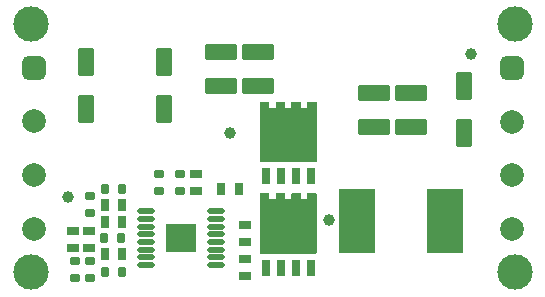
<source format=gts>
G04 Layer_Color=27648*
%FSAX44Y44*%
%MOMM*%
G71*
G01*
G75*
%ADD12C,1.0000*%
%ADD30C,2.0000*%
G04:AMPARAMS|DCode=31|XSize=2mm|YSize=2mm|CornerRadius=0.5mm|HoleSize=0mm|Usage=FLASHONLY|Rotation=270.000|XOffset=0mm|YOffset=0mm|HoleType=Round|Shape=RoundedRectangle|*
%AMROUNDEDRECTD31*
21,1,2.0000,1.0000,0,0,270.0*
21,1,1.0000,2.0000,0,0,270.0*
1,1,1.0000,-0.5000,-0.5000*
1,1,1.0000,-0.5000,0.5000*
1,1,1.0000,0.5000,0.5000*
1,1,1.0000,0.5000,-0.5000*
%
%ADD31ROUNDEDRECTD31*%
%ADD32C,3.0000*%
%ADD42R,2.5616X2.4116*%
%ADD43O,1.5016X0.5516*%
G04:AMPARAMS|DCode=44|XSize=0.8516mm|YSize=0.6016mm|CornerRadius=0.0533mm|HoleSize=0mm|Usage=FLASHONLY|Rotation=0.000|XOffset=0mm|YOffset=0mm|HoleType=Round|Shape=RoundedRectangle|*
%AMROUNDEDRECTD44*
21,1,0.8516,0.4950,0,0,0.0*
21,1,0.7450,0.6016,0,0,0.0*
1,1,0.1066,0.3725,-0.2475*
1,1,0.1066,-0.3725,-0.2475*
1,1,0.1066,-0.3725,0.2475*
1,1,0.1066,0.3725,0.2475*
%
%ADD44ROUNDEDRECTD44*%
G04:AMPARAMS|DCode=45|XSize=0.8516mm|YSize=0.6016mm|CornerRadius=0.0533mm|HoleSize=0mm|Usage=FLASHONLY|Rotation=270.000|XOffset=0mm|YOffset=0mm|HoleType=Round|Shape=RoundedRectangle|*
%AMROUNDEDRECTD45*
21,1,0.8516,0.4950,0,0,270.0*
21,1,0.7450,0.6016,0,0,270.0*
1,1,0.1066,-0.2475,-0.3725*
1,1,0.1066,-0.2475,0.3725*
1,1,0.1066,0.2475,0.3725*
1,1,0.1066,0.2475,-0.3725*
%
%ADD45ROUNDEDRECTD45*%
G04:AMPARAMS|DCode=46|XSize=0.7516mm|YSize=1.3016mm|CornerRadius=0.0541mm|HoleSize=0mm|Usage=FLASHONLY|Rotation=0.000|XOffset=0mm|YOffset=0mm|HoleType=Round|Shape=RoundedRectangle|*
%AMROUNDEDRECTD46*
21,1,0.7516,1.1935,0,0,0.0*
21,1,0.6435,1.3016,0,0,0.0*
1,1,0.1081,0.3217,-0.5968*
1,1,0.1081,-0.3217,-0.5968*
1,1,0.1081,-0.3217,0.5968*
1,1,0.1081,0.3217,0.5968*
%
%ADD46ROUNDEDRECTD46*%
G04:AMPARAMS|DCode=47|XSize=5.4516mm|YSize=3.0016mm|CornerRadius=0.0653mm|HoleSize=0mm|Usage=FLASHONLY|Rotation=90.000|XOffset=0mm|YOffset=0mm|HoleType=Round|Shape=RoundedRectangle|*
%AMROUNDEDRECTD47*
21,1,5.4516,2.8710,0,0,90.0*
21,1,5.3210,3.0016,0,0,90.0*
1,1,0.1306,1.4355,2.6605*
1,1,0.1306,1.4355,-2.6605*
1,1,0.1306,-1.4355,-2.6605*
1,1,0.1306,-1.4355,2.6605*
%
%ADD47ROUNDEDRECTD47*%
G04:AMPARAMS|DCode=48|XSize=1.3516mm|YSize=2.3516mm|CornerRadius=0.0571mm|HoleSize=0mm|Usage=FLASHONLY|Rotation=180.000|XOffset=0mm|YOffset=0mm|HoleType=Round|Shape=RoundedRectangle|*
%AMROUNDEDRECTD48*
21,1,1.3516,2.2375,0,0,180.0*
21,1,1.2375,2.3516,0,0,180.0*
1,1,0.1141,-0.6188,1.1187*
1,1,0.1141,0.6188,1.1187*
1,1,0.1141,0.6188,-1.1187*
1,1,0.1141,-0.6188,-1.1187*
%
%ADD48ROUNDEDRECTD48*%
G04:AMPARAMS|DCode=49|XSize=2.6516mm|YSize=1.3016mm|CornerRadius=0.0568mm|HoleSize=0mm|Usage=FLASHONLY|Rotation=0.000|XOffset=0mm|YOffset=0mm|HoleType=Round|Shape=RoundedRectangle|*
%AMROUNDEDRECTD49*
21,1,2.6516,1.1880,0,0,0.0*
21,1,2.5380,1.3016,0,0,0.0*
1,1,0.1136,1.2690,-0.5940*
1,1,0.1136,-1.2690,-0.5940*
1,1,0.1136,-1.2690,0.5940*
1,1,0.1136,1.2690,0.5940*
%
%ADD49ROUNDEDRECTD49*%
G04:AMPARAMS|DCode=50|XSize=0.9516mm|YSize=0.7016mm|CornerRadius=0.0538mm|HoleSize=0mm|Usage=FLASHONLY|Rotation=0.000|XOffset=0mm|YOffset=0mm|HoleType=Round|Shape=RoundedRectangle|*
%AMROUNDEDRECTD50*
21,1,0.9516,0.5940,0,0,0.0*
21,1,0.8440,0.7016,0,0,0.0*
1,1,0.1076,0.4220,-0.2970*
1,1,0.1076,-0.4220,-0.2970*
1,1,0.1076,-0.4220,0.2970*
1,1,0.1076,0.4220,0.2970*
%
%ADD50ROUNDEDRECTD50*%
G04:AMPARAMS|DCode=51|XSize=0.9516mm|YSize=0.7016mm|CornerRadius=0.0538mm|HoleSize=0mm|Usage=FLASHONLY|Rotation=90.000|XOffset=0mm|YOffset=0mm|HoleType=Round|Shape=RoundedRectangle|*
%AMROUNDEDRECTD51*
21,1,0.9516,0.5940,0,0,90.0*
21,1,0.8440,0.7016,0,0,90.0*
1,1,0.1076,0.2970,0.4220*
1,1,0.1076,0.2970,-0.4220*
1,1,0.1076,-0.2970,-0.4220*
1,1,0.1076,-0.2970,0.4220*
%
%ADD51ROUNDEDRECTD51*%
%ADD52C,0.6016*%
G36*
X06981642Y08564274D02*
X06981738Y08564244D01*
X06981826Y08564197D01*
X06981904Y08564134D01*
X06981967Y08564056D01*
X06982014Y08563969D01*
X06982043Y08563873D01*
X06982053Y08563773D01*
Y08558773D01*
Y08513773D01*
X06982043Y08513673D01*
X06982014Y08513578D01*
X06981967Y08513489D01*
X06981904Y08513412D01*
X06981826Y08513348D01*
X06981738Y08513301D01*
X06981642Y08513272D01*
X06981542Y08513262D01*
X06934542D01*
X06934443Y08513272D01*
X06934347Y08513301D01*
X06934259Y08513348D01*
X06934182Y08513412D01*
X06934118Y08513489D01*
X06934071Y08513578D01*
X06934042Y08513673D01*
X06934032Y08513773D01*
Y08558773D01*
Y08563773D01*
X06934042Y08563873D01*
X06934071Y08563969D01*
X06934118Y08564056D01*
X06934182Y08564134D01*
X06934259Y08564197D01*
X06934347Y08564244D01*
X06934443Y08564274D01*
X06934542Y08564283D01*
X06941542D01*
X06941642Y08564274D01*
X06941738Y08564244D01*
X06941826Y08564197D01*
X06941904Y08564134D01*
X06941967Y08564056D01*
X06942014Y08563969D01*
X06942043Y08563873D01*
X06942053Y08563773D01*
Y08559283D01*
X06947382D01*
Y08563773D01*
X06947392Y08563873D01*
X06947421Y08563969D01*
X06947468Y08564056D01*
X06947532Y08564134D01*
X06947609Y08564197D01*
X06947697Y08564244D01*
X06947793Y08564274D01*
X06947892Y08564283D01*
X06954893D01*
X06954992Y08564274D01*
X06955088Y08564244D01*
X06955176Y08564197D01*
X06955253Y08564134D01*
X06955317Y08564056D01*
X06955364Y08563969D01*
X06955393Y08563873D01*
X06955403Y08563773D01*
Y08559283D01*
X06960682D01*
Y08563773D01*
X06960692Y08563873D01*
X06960721Y08563969D01*
X06960768Y08564056D01*
X06960831Y08564134D01*
X06960909Y08564197D01*
X06960997Y08564244D01*
X06961093Y08564274D01*
X06961193Y08564283D01*
X06968193D01*
X06968292Y08564274D01*
X06968388Y08564244D01*
X06968476Y08564197D01*
X06968553Y08564134D01*
X06968617Y08564056D01*
X06968664Y08563969D01*
X06968693Y08563873D01*
X06968703Y08563773D01*
Y08559283D01*
X06974032D01*
Y08563773D01*
X06974042Y08563873D01*
X06974071Y08563969D01*
X06974118Y08564056D01*
X06974182Y08564134D01*
X06974259Y08564197D01*
X06974347Y08564244D01*
X06974443Y08564274D01*
X06974542Y08564283D01*
X06981542D01*
X06981642Y08564274D01*
D02*
G37*
G36*
Y08486811D02*
X06981738Y08486782D01*
X06981826Y08486735D01*
X06981904Y08486671D01*
X06981967Y08486594D01*
X06982014Y08486505D01*
X06982043Y08486409D01*
X06982053Y08486310D01*
Y08481310D01*
Y08436310D01*
X06982043Y08436210D01*
X06982014Y08436115D01*
X06981967Y08436027D01*
X06981904Y08435949D01*
X06981826Y08435886D01*
X06981738Y08435839D01*
X06981642Y08435809D01*
X06981542Y08435800D01*
X06934542D01*
X06934443Y08435809D01*
X06934347Y08435839D01*
X06934259Y08435886D01*
X06934182Y08435949D01*
X06934118Y08436027D01*
X06934071Y08436115D01*
X06934042Y08436210D01*
X06934032Y08436310D01*
Y08481310D01*
Y08486310D01*
X06934042Y08486409D01*
X06934071Y08486505D01*
X06934118Y08486594D01*
X06934182Y08486671D01*
X06934259Y08486735D01*
X06934347Y08486782D01*
X06934443Y08486811D01*
X06934542Y08486821D01*
X06941542D01*
X06941642Y08486811D01*
X06941738Y08486782D01*
X06941826Y08486735D01*
X06941904Y08486671D01*
X06941967Y08486594D01*
X06942014Y08486505D01*
X06942043Y08486409D01*
X06942053Y08486310D01*
Y08481821D01*
X06947382D01*
Y08486310D01*
X06947392Y08486409D01*
X06947421Y08486505D01*
X06947468Y08486594D01*
X06947532Y08486671D01*
X06947609Y08486735D01*
X06947697Y08486782D01*
X06947793Y08486811D01*
X06947892Y08486821D01*
X06954893D01*
X06954992Y08486811D01*
X06955088Y08486782D01*
X06955176Y08486735D01*
X06955253Y08486671D01*
X06955317Y08486594D01*
X06955364Y08486505D01*
X06955393Y08486409D01*
X06955403Y08486310D01*
Y08481821D01*
X06960682D01*
Y08486310D01*
X06960692Y08486409D01*
X06960721Y08486505D01*
X06960768Y08486594D01*
X06960831Y08486671D01*
X06960909Y08486735D01*
X06960997Y08486782D01*
X06961093Y08486811D01*
X06961193Y08486821D01*
X06968193D01*
X06968292Y08486811D01*
X06968388Y08486782D01*
X06968476Y08486735D01*
X06968553Y08486671D01*
X06968617Y08486594D01*
X06968664Y08486505D01*
X06968693Y08486409D01*
X06968703Y08486310D01*
Y08481821D01*
X06974032D01*
Y08486310D01*
X06974042Y08486409D01*
X06974071Y08486505D01*
X06974118Y08486594D01*
X06974182Y08486671D01*
X06974259Y08486735D01*
X06974347Y08486782D01*
X06974443Y08486811D01*
X06974542Y08486821D01*
X06981542D01*
X06981642Y08486811D01*
D02*
G37*
D12*
X06992585Y08464003D02*
D03*
X07112500Y08604750D02*
D03*
X06771750Y08483750D02*
D03*
X06909000Y08537500D02*
D03*
D30*
X06742500Y08547733D02*
D03*
Y08502267D02*
D03*
Y08456800D02*
D03*
X07147500Y08547400D02*
D03*
Y08502600D02*
D03*
Y08456800D02*
D03*
D31*
X06742500Y08593200D02*
D03*
X07147500D02*
D03*
D32*
X06740000Y08420000D02*
D03*
X07150000D02*
D03*
X07150000Y08630000D02*
D03*
X06740000D02*
D03*
D42*
X06867000Y08448788D02*
D03*
D43*
X06896500Y08426038D02*
D03*
Y08432538D02*
D03*
Y08439038D02*
D03*
Y08445538D02*
D03*
Y08452038D02*
D03*
Y08458538D02*
D03*
Y08465038D02*
D03*
Y08471538D02*
D03*
X06837500Y08426038D02*
D03*
Y08432538D02*
D03*
Y08439038D02*
D03*
Y08445538D02*
D03*
Y08452038D02*
D03*
Y08458538D02*
D03*
Y08465038D02*
D03*
Y08471538D02*
D03*
D44*
X06790208Y08429708D02*
D03*
Y08415208D02*
D03*
X06777165Y08429708D02*
D03*
Y08415208D02*
D03*
X06866207Y08502830D02*
D03*
Y08488330D02*
D03*
X06849000Y08502830D02*
D03*
Y08488330D02*
D03*
X06790208Y08484250D02*
D03*
Y08469750D02*
D03*
D45*
X06817000Y08420500D02*
D03*
X06802500D02*
D03*
X06802000Y08449042D02*
D03*
X06816500D02*
D03*
X06802500Y08490170D02*
D03*
X06817000D02*
D03*
D46*
X06937977Y08480000D02*
D03*
X06951439D02*
D03*
X06964647D02*
D03*
X06978109D02*
D03*
X06977092Y08423810D02*
D03*
X06964393D02*
D03*
X06951693D02*
D03*
X06938992D02*
D03*
X06937977Y08557463D02*
D03*
X06951439D02*
D03*
X06964647D02*
D03*
X06978109D02*
D03*
X06977092Y08501273D02*
D03*
X06964393D02*
D03*
X06951693D02*
D03*
X06938992D02*
D03*
D47*
X07015878Y08463000D02*
D03*
X07090378D02*
D03*
D48*
X07106727Y08537750D02*
D03*
Y08577750D02*
D03*
X06852875Y08558000D02*
D03*
Y08598000D02*
D03*
X06786832Y08558250D02*
D03*
Y08598250D02*
D03*
D49*
X07030703Y08571750D02*
D03*
Y08543250D02*
D03*
X07061745Y08571750D02*
D03*
Y08543250D02*
D03*
X06901417Y08606500D02*
D03*
Y08578000D02*
D03*
X06932460Y08606500D02*
D03*
Y08578000D02*
D03*
D50*
X06775665Y08455250D02*
D03*
Y08440750D02*
D03*
X06921500Y08417000D02*
D03*
Y08431500D02*
D03*
X06879750Y08488831D02*
D03*
Y08503330D02*
D03*
X06921500Y08445538D02*
D03*
Y08460038D02*
D03*
X06789708Y08455250D02*
D03*
Y08440750D02*
D03*
D51*
X06901500Y08490081D02*
D03*
X06916000D02*
D03*
X06802500Y08462585D02*
D03*
X06817000D02*
D03*
Y08435500D02*
D03*
X06802500D02*
D03*
Y08476627D02*
D03*
X06817000D02*
D03*
D52*
X06872500Y08443288D02*
D03*
X06861500D02*
D03*
X06872500Y08454288D02*
D03*
X06861500D02*
D03*
M02*

</source>
